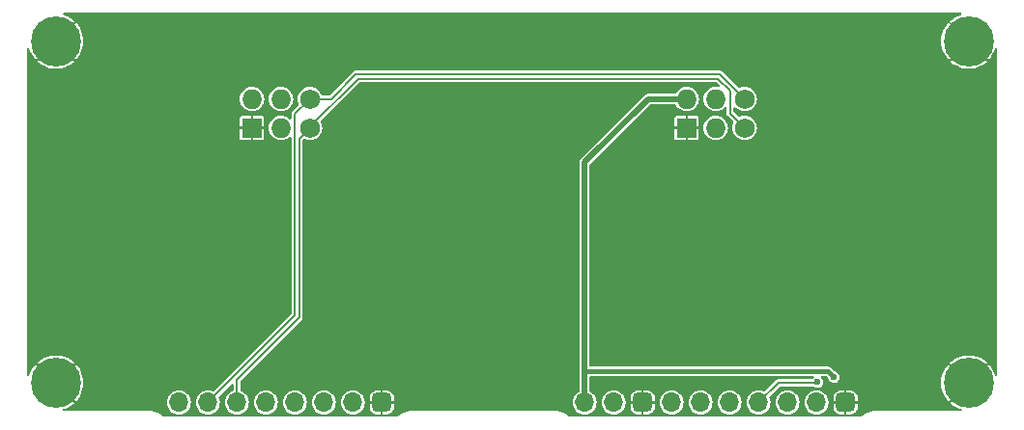
<source format=gbl>
%TF.GenerationSoftware,KiCad,Pcbnew,8.99.0-2433-g53022ab347*%
%TF.CreationDate,2024-10-05T16:52:00+02:00*%
%TF.ProjectId,Flipper SAO Debug,466c6970-7065-4722-9053-414f20446562,1.0*%
%TF.SameCoordinates,PX25b7c30PY3881550*%
%TF.FileFunction,Copper,L2,Bot*%
%TF.FilePolarity,Positive*%
%FSLAX46Y46*%
G04 Gerber Fmt 4.6, Leading zero omitted, Abs format (unit mm)*
G04 Created by KiCad (PCBNEW 8.99.0-2433-g53022ab347) date 2024-10-05 16:52:00*
%MOMM*%
%LPD*%
G01*
G04 APERTURE LIST*
G04 Aperture macros list*
%AMRoundRect*
0 Rectangle with rounded corners*
0 $1 Rounding radius*
0 $2 $3 $4 $5 $6 $7 $8 $9 X,Y pos of 4 corners*
0 Add a 4 corners polygon primitive as box body*
4,1,4,$2,$3,$4,$5,$6,$7,$8,$9,$2,$3,0*
0 Add four circle primitives for the rounded corners*
1,1,$1+$1,$2,$3*
1,1,$1+$1,$4,$5*
1,1,$1+$1,$6,$7*
1,1,$1+$1,$8,$9*
0 Add four rect primitives between the rounded corners*
20,1,$1+$1,$2,$3,$4,$5,0*
20,1,$1+$1,$4,$5,$6,$7,0*
20,1,$1+$1,$6,$7,$8,$9,0*
20,1,$1+$1,$8,$9,$2,$3,0*%
G04 Aperture macros list end*
%TA.AperFunction,ComponentPad*%
%ADD10C,0.700000*%
%TD*%
%TA.AperFunction,ComponentPad*%
%ADD11C,4.400000*%
%TD*%
%TA.AperFunction,ComponentPad*%
%ADD12O,1.727200X1.727200*%
%TD*%
%TA.AperFunction,ComponentPad*%
%ADD13R,1.727200X1.727200*%
%TD*%
%TA.AperFunction,ComponentPad*%
%ADD14C,1.727200*%
%TD*%
%TA.AperFunction,ComponentPad*%
%ADD15RoundRect,0.425000X-0.425000X0.425000X-0.425000X-0.425000X0.425000X-0.425000X0.425000X0.425000X0*%
%TD*%
%TA.AperFunction,ComponentPad*%
%ADD16O,1.700000X1.700000*%
%TD*%
%TA.AperFunction,ViaPad*%
%ADD17C,0.600000*%
%TD*%
%TA.AperFunction,Conductor*%
%ADD18C,0.200000*%
%TD*%
%TA.AperFunction,Conductor*%
%ADD19C,0.400000*%
%TD*%
%TA.AperFunction,Conductor*%
%ADD20C,0.500000*%
%TD*%
G04 APERTURE END LIST*
D10*
%TO.P,REF\u002A\u002A,1*%
%TO.N,GND*%
X1350000Y-3000000D03*
X1833274Y-1833274D03*
X1833274Y-4166726D03*
X3000000Y-1350000D03*
D11*
X3000000Y-3000000D03*
D10*
X3000000Y-4650000D03*
X4166726Y-1833274D03*
X4166726Y-4166726D03*
X4650000Y-3000000D03*
%TD*%
D12*
%TO.P,X2,1,VCC*%
%TO.N,Net-(X2-VCC)*%
X20200000Y-8080000D03*
D13*
%TO.P,X2,2,GND*%
%TO.N,GND*%
X20200000Y-10620000D03*
D12*
%TO.P,X2,3,SDA*%
%TO.N,I2C3_SDA*%
X22740000Y-8080000D03*
%TO.P,X2,4,SCL*%
%TO.N,I2C3_SCL*%
X22740000Y-10620000D03*
D14*
%TO.P,X2,5,GPIO1*%
%TO.N,GPIO1*%
X25280000Y-8080000D03*
%TO.P,X2,6,GPIO2*%
%TO.N,GPIO2*%
X25280000Y-10620000D03*
%TD*%
D10*
%TO.P,REF\u002A\u002A,1*%
%TO.N,GND*%
X81350000Y-33000000D03*
X81833274Y-31833274D03*
X81833274Y-34166726D03*
X83000000Y-31350000D03*
D11*
X83000000Y-33000000D03*
D10*
X83000000Y-34650000D03*
X84166726Y-31833274D03*
X84166726Y-34166726D03*
X84650000Y-33000000D03*
%TD*%
%TO.P,REF\u002A\u002A,1*%
%TO.N,GND*%
X81350000Y-3000000D03*
X81833274Y-1833274D03*
X81833274Y-4166726D03*
X83000000Y-1350000D03*
D11*
X83000000Y-3000000D03*
D10*
X83000000Y-4650000D03*
X84166726Y-1833274D03*
X84166726Y-4166726D03*
X84650000Y-3000000D03*
%TD*%
D15*
%TO.P,J1,1,Pin_1*%
%TO.N,GND*%
X31570000Y-34730000D03*
D16*
%TO.P,J1,2,Pin_2*%
%TO.N,unconnected-(J1-Pin_2-Pad2)*%
X29029996Y-34729999D03*
%TO.P,J1,3,Pin_3*%
%TO.N,unconnected-(J1-Pin_3-Pad3)*%
X26490000Y-34730000D03*
%TO.P,J1,4,Pin_4*%
%TO.N,unconnected-(J1-Pin_4-Pad4)*%
X23950000Y-34730000D03*
%TO.P,J1,5,Pin_5*%
%TO.N,Net-(J1-Pin_5)*%
X21410001Y-34730000D03*
%TO.P,J1,6,Pin_6*%
%TO.N,GPIO2*%
X18870001Y-34730000D03*
%TO.P,J1,7,Pin_7*%
%TO.N,GPIO1*%
X16330000Y-34730000D03*
%TO.P,J1,8,Pin_8*%
%TO.N,unconnected-(J1-Pin_8-Pad8)*%
X13790000Y-34730000D03*
%TD*%
D10*
%TO.P,REF\u002A\u002A,1*%
%TO.N,GND*%
X1350000Y-33000000D03*
X1833274Y-31833274D03*
X1833274Y-34166726D03*
X3000000Y-31350000D03*
D11*
X3000000Y-33000000D03*
D10*
X3000000Y-34650000D03*
X4166726Y-31833274D03*
X4166726Y-34166726D03*
X4650000Y-33000000D03*
%TD*%
D12*
%TO.P,X1,1,VCC*%
%TO.N,VCC*%
X58300000Y-8080000D03*
D13*
%TO.P,X1,2,GND*%
%TO.N,GND*%
X58300000Y-10620000D03*
D12*
%TO.P,X1,3,SDA*%
%TO.N,I2C3_SDA*%
X60840000Y-8080000D03*
%TO.P,X1,4,SCL*%
%TO.N,I2C3_SCL*%
X60840000Y-10620000D03*
D14*
%TO.P,X1,5,GPIO1*%
%TO.N,GPIO1*%
X63380000Y-8080000D03*
%TO.P,X1,6,GPIO2*%
%TO.N,GPIO2*%
X63380000Y-10620000D03*
%TD*%
D15*
%TO.P,J2,1,Pin_1*%
%TO.N,GND*%
X72210000Y-34730000D03*
D16*
%TO.P,J2,2,Pin_2*%
%TO.N,unconnected-(J2-Pin_2-Pad2)*%
X69669996Y-34729998D03*
%TO.P,J2,3,Pin_3*%
%TO.N,I2C3_SCL*%
X67130000Y-34730000D03*
%TO.P,J2,4,Pin_4*%
%TO.N,I2C3_SDA*%
X64590000Y-34730000D03*
%TO.P,J2,5,Pin_5*%
%TO.N,unconnected-(J2-Pin_5-Pad5)*%
X62050001Y-34729997D03*
%TO.P,J2,6,Pin_6*%
%TO.N,unconnected-(J2-Pin_6-Pad6)*%
X59510001Y-34730000D03*
%TO.P,J2,7,Pin_7*%
%TO.N,unconnected-(J2-Pin_7-Pad7)*%
X56970000Y-34730000D03*
D15*
%TO.P,J2,8,Pin_8*%
%TO.N,GND*%
X54430000Y-34730000D03*
D16*
%TO.P,J2,9,Pin_9*%
%TO.N,unconnected-(J2-Pin_9-Pad9)*%
X51890000Y-34730000D03*
%TO.P,J2,10,Pin_10*%
%TO.N,VCC*%
X49350002Y-34730000D03*
%TD*%
D17*
%TO.N,GND*%
X55850000Y-10650000D03*
X82750000Y-24550000D03*
X28100000Y-10650000D03*
X65150000Y-9200000D03*
X14500000Y-10550000D03*
%TO.N,I2C3_SDA*%
X69754265Y-32954265D03*
%TO.N,VCC*%
X71200000Y-32500000D03*
%TD*%
D18*
%TO.N,GPIO2*%
X18870001Y-34730000D02*
X18870001Y-32755685D01*
X24343600Y-11556400D02*
X25280000Y-10620000D01*
X24343600Y-27282086D02*
X24343600Y-11556400D01*
X25280000Y-10620000D02*
X25280000Y-10520000D01*
X18870001Y-32755685D02*
X24343600Y-27282086D01*
X25280000Y-10520000D02*
X29500000Y-6300000D01*
X62100000Y-7365686D02*
X62100000Y-9340000D01*
X61034314Y-6300000D02*
X62100000Y-7365686D01*
X29500000Y-6300000D02*
X61034314Y-6300000D01*
X62100000Y-9340000D02*
X63380000Y-10620000D01*
%TO.N,GPIO1*%
X29300000Y-5900000D02*
X61199999Y-5900000D01*
X61199999Y-5900000D02*
X63380000Y-8080000D01*
X16330000Y-34730000D02*
X23943600Y-27116400D01*
X23943600Y-27116400D02*
X23943600Y-9416400D01*
X27120000Y-8080000D02*
X29300000Y-5900000D01*
X23943600Y-9416400D02*
X25280000Y-8080000D01*
X25280000Y-8080000D02*
X27120000Y-8080000D01*
%TO.N,I2C3_SDA*%
X69708530Y-33000000D02*
X66320000Y-33000000D01*
X66320000Y-33000000D02*
X64590000Y-34730000D01*
X69754265Y-32954265D02*
X69708530Y-33000000D01*
D19*
%TO.N,VCC*%
X71200000Y-32500000D02*
X70700000Y-32000000D01*
X70700000Y-32000000D02*
X49400000Y-32000000D01*
D20*
X49350002Y-13649998D02*
X54920000Y-8080000D01*
X49350002Y-34730000D02*
X49350002Y-13649998D01*
X54920000Y-8080000D02*
X58300000Y-8080000D01*
%TD*%
%TA.AperFunction,Conductor*%
%TO.N,GND*%
G36*
X82358864Y-519407D02*
G01*
X82394828Y-568907D01*
X82394828Y-630093D01*
X82358864Y-679593D01*
X82325293Y-695390D01*
X82256892Y-712952D01*
X81976110Y-824120D01*
X81976107Y-824122D01*
X81711483Y-969599D01*
X81467155Y-1147114D01*
X81375038Y-1233616D01*
X82294397Y-2152975D01*
X82283398Y-2160967D01*
X82160967Y-2283398D01*
X82152975Y-2294397D01*
X81231351Y-1372773D01*
X81054519Y-1586526D01*
X80892713Y-1841491D01*
X80892706Y-1841504D01*
X80764127Y-2114747D01*
X80670805Y-2401962D01*
X80670802Y-2401972D01*
X80614217Y-2698600D01*
X80595255Y-3000000D01*
X80614217Y-3301399D01*
X80670802Y-3598027D01*
X80670805Y-3598037D01*
X80764127Y-3885252D01*
X80892706Y-4158495D01*
X80892713Y-4158508D01*
X81054519Y-4413473D01*
X81231351Y-4627225D01*
X82152974Y-3705601D01*
X82160967Y-3716602D01*
X82283398Y-3839033D01*
X82294396Y-3847023D01*
X81375038Y-4766382D01*
X81467155Y-4852885D01*
X81711483Y-5030400D01*
X81976107Y-5175877D01*
X81976110Y-5175879D01*
X82256892Y-5287047D01*
X82549402Y-5362150D01*
X82549398Y-5362150D01*
X82849005Y-5400000D01*
X83150995Y-5400000D01*
X83450599Y-5362150D01*
X83743107Y-5287047D01*
X84023889Y-5175879D01*
X84023892Y-5175877D01*
X84288516Y-5030400D01*
X84532844Y-4852886D01*
X84624960Y-4766382D01*
X83705602Y-3847024D01*
X83716602Y-3839033D01*
X83839033Y-3716602D01*
X83847024Y-3705602D01*
X84768648Y-4627226D01*
X84945473Y-4413482D01*
X84945480Y-4413473D01*
X85107286Y-4158508D01*
X85107293Y-4158495D01*
X85235872Y-3885252D01*
X85306345Y-3668362D01*
X85342309Y-3618862D01*
X85400500Y-3599955D01*
X85458691Y-3618862D01*
X85494655Y-3668363D01*
X85499500Y-3698955D01*
X85499500Y-32301044D01*
X85480593Y-32359235D01*
X85431093Y-32395199D01*
X85369907Y-32395199D01*
X85320407Y-32359235D01*
X85306346Y-32331637D01*
X85235875Y-32114754D01*
X85107293Y-31841504D01*
X85107286Y-31841491D01*
X84945480Y-31586526D01*
X84945473Y-31586517D01*
X84768647Y-31372773D01*
X83847024Y-32294396D01*
X83839033Y-32283398D01*
X83716602Y-32160967D01*
X83705601Y-32152974D01*
X84624960Y-31233616D01*
X84532844Y-31147114D01*
X84288516Y-30969599D01*
X84023892Y-30824122D01*
X84023889Y-30824120D01*
X83743107Y-30712952D01*
X83450597Y-30637849D01*
X83450601Y-30637849D01*
X83150995Y-30600000D01*
X82849005Y-30600000D01*
X82549400Y-30637849D01*
X82256892Y-30712952D01*
X81976110Y-30824120D01*
X81976107Y-30824122D01*
X81711483Y-30969599D01*
X81467155Y-31147114D01*
X81375038Y-31233616D01*
X82294397Y-32152975D01*
X82283398Y-32160967D01*
X82160967Y-32283398D01*
X82152975Y-32294397D01*
X81231351Y-31372773D01*
X81054519Y-31586526D01*
X80892713Y-31841491D01*
X80892706Y-31841504D01*
X80764127Y-32114747D01*
X80670805Y-32401962D01*
X80670802Y-32401972D01*
X80614217Y-32698600D01*
X80595255Y-33000000D01*
X80614217Y-33301399D01*
X80670802Y-33598027D01*
X80670805Y-33598037D01*
X80764127Y-33885252D01*
X80892706Y-34158495D01*
X80892713Y-34158508D01*
X81054519Y-34413473D01*
X81231351Y-34627225D01*
X82152974Y-33705601D01*
X82160967Y-33716602D01*
X82283398Y-33839033D01*
X82294396Y-33847024D01*
X81375038Y-34766382D01*
X81467155Y-34852885D01*
X81711483Y-35030400D01*
X81976107Y-35175877D01*
X81976110Y-35175879D01*
X82256892Y-35287047D01*
X82325293Y-35304610D01*
X82376954Y-35337395D01*
X82399478Y-35394284D01*
X82384261Y-35453547D01*
X82337117Y-35492548D01*
X82300673Y-35499500D01*
X74623366Y-35499500D01*
X74372695Y-35535541D01*
X74372690Y-35535542D01*
X74129698Y-35606890D01*
X73899320Y-35712101D01*
X73899312Y-35712105D01*
X73686275Y-35849015D01*
X73686263Y-35849024D01*
X73539935Y-35975819D01*
X73483576Y-35999637D01*
X73475104Y-36000000D01*
X48084896Y-36000000D01*
X48026705Y-35981093D01*
X48020065Y-35975819D01*
X47873736Y-35849024D01*
X47873724Y-35849015D01*
X47660687Y-35712105D01*
X47660681Y-35712102D01*
X47660678Y-35712100D01*
X47504843Y-35640932D01*
X47430301Y-35606890D01*
X47187309Y-35535542D01*
X47187304Y-35535541D01*
X46936634Y-35499500D01*
X46936629Y-35499500D01*
X46875892Y-35499500D01*
X34175892Y-35499500D01*
X34110000Y-35499500D01*
X33983371Y-35499500D01*
X33983366Y-35499500D01*
X33732695Y-35535541D01*
X33732690Y-35535542D01*
X33489698Y-35606890D01*
X33259320Y-35712101D01*
X33259312Y-35712105D01*
X33046275Y-35849015D01*
X33046263Y-35849024D01*
X32899935Y-35975819D01*
X32843576Y-35999637D01*
X32835104Y-36000000D01*
X12524896Y-36000000D01*
X12466705Y-35981093D01*
X12460065Y-35975819D01*
X12313736Y-35849024D01*
X12313724Y-35849015D01*
X12100687Y-35712105D01*
X12100681Y-35712102D01*
X12100678Y-35712100D01*
X11944843Y-35640932D01*
X11870301Y-35606890D01*
X11627309Y-35535542D01*
X11627304Y-35535541D01*
X11376634Y-35499500D01*
X11376629Y-35499500D01*
X11315892Y-35499500D01*
X3699327Y-35499500D01*
X3641136Y-35480593D01*
X3605172Y-35431093D01*
X3605172Y-35369907D01*
X3641136Y-35320407D01*
X3674707Y-35304610D01*
X3743107Y-35287047D01*
X4023889Y-35175879D01*
X4023892Y-35175877D01*
X4288516Y-35030400D01*
X4532844Y-34852886D01*
X4624960Y-34766382D01*
X4588574Y-34729996D01*
X12734417Y-34729996D01*
X12734417Y-34730003D01*
X12754698Y-34935929D01*
X12754699Y-34935934D01*
X12814768Y-35133954D01*
X12912316Y-35316452D01*
X13024827Y-35453547D01*
X13043590Y-35476410D01*
X13043594Y-35476413D01*
X13043595Y-35476414D01*
X13203547Y-35607683D01*
X13203548Y-35607683D01*
X13203550Y-35607685D01*
X13386046Y-35705232D01*
X13478094Y-35733154D01*
X13584065Y-35765300D01*
X13584070Y-35765301D01*
X13789997Y-35785583D01*
X13790000Y-35785583D01*
X13790003Y-35785583D01*
X13995929Y-35765301D01*
X13995934Y-35765300D01*
X13995944Y-35765297D01*
X14193954Y-35705232D01*
X14376450Y-35607685D01*
X14536410Y-35476410D01*
X14667685Y-35316450D01*
X14765232Y-35133954D01*
X14825300Y-34935934D01*
X14825300Y-34935932D01*
X14825301Y-34935929D01*
X14845583Y-34730003D01*
X14845583Y-34729996D01*
X15274417Y-34729996D01*
X15274417Y-34730003D01*
X15294698Y-34935929D01*
X15294699Y-34935934D01*
X15354768Y-35133954D01*
X15452316Y-35316452D01*
X15564827Y-35453547D01*
X15583590Y-35476410D01*
X15583594Y-35476413D01*
X15583595Y-35476414D01*
X15743547Y-35607683D01*
X15743548Y-35607683D01*
X15743550Y-35607685D01*
X15926046Y-35705232D01*
X16018094Y-35733154D01*
X16124065Y-35765300D01*
X16124070Y-35765301D01*
X16329997Y-35785583D01*
X16330000Y-35785583D01*
X16330003Y-35785583D01*
X16535929Y-35765301D01*
X16535934Y-35765300D01*
X16535944Y-35765297D01*
X16733954Y-35705232D01*
X16916450Y-35607685D01*
X17076410Y-35476410D01*
X17207685Y-35316450D01*
X17305232Y-35133954D01*
X17365300Y-34935934D01*
X17365300Y-34935932D01*
X17365301Y-34935929D01*
X17385583Y-34730003D01*
X17385583Y-34729996D01*
X17365301Y-34524070D01*
X17365300Y-34524065D01*
X17306401Y-34329901D01*
X17305232Y-34326046D01*
X17305228Y-34326039D01*
X17288881Y-34295454D01*
X17278125Y-34235221D01*
X17304827Y-34180170D01*
X17306136Y-34178833D01*
X18400498Y-33084472D01*
X18455014Y-33056696D01*
X18515446Y-33066267D01*
X18558711Y-33109532D01*
X18569501Y-33154477D01*
X18569501Y-33649961D01*
X18550594Y-33708152D01*
X18501094Y-33744116D01*
X18499242Y-33744697D01*
X18466055Y-33754765D01*
X18466042Y-33754770D01*
X18283548Y-33852316D01*
X18123596Y-33983585D01*
X18123586Y-33983595D01*
X17992317Y-34143547D01*
X17894769Y-34326045D01*
X17834700Y-34524065D01*
X17834699Y-34524070D01*
X17814418Y-34729996D01*
X17814418Y-34730003D01*
X17834699Y-34935929D01*
X17834700Y-34935934D01*
X17894769Y-35133954D01*
X17992317Y-35316452D01*
X18104828Y-35453547D01*
X18123591Y-35476410D01*
X18123595Y-35476413D01*
X18123596Y-35476414D01*
X18283548Y-35607683D01*
X18283549Y-35607683D01*
X18283551Y-35607685D01*
X18466047Y-35705232D01*
X18558095Y-35733154D01*
X18664066Y-35765300D01*
X18664071Y-35765301D01*
X18869998Y-35785583D01*
X18870001Y-35785583D01*
X18870004Y-35785583D01*
X19075930Y-35765301D01*
X19075935Y-35765300D01*
X19075945Y-35765297D01*
X19273955Y-35705232D01*
X19456451Y-35607685D01*
X19616411Y-35476410D01*
X19747686Y-35316450D01*
X19845233Y-35133954D01*
X19905301Y-34935934D01*
X19905301Y-34935932D01*
X19905302Y-34935929D01*
X19925584Y-34730003D01*
X19925584Y-34729996D01*
X20354418Y-34729996D01*
X20354418Y-34730003D01*
X20374699Y-34935929D01*
X20374700Y-34935934D01*
X20434769Y-35133954D01*
X20532317Y-35316452D01*
X20644828Y-35453547D01*
X20663591Y-35476410D01*
X20663595Y-35476413D01*
X20663596Y-35476414D01*
X20823548Y-35607683D01*
X20823549Y-35607683D01*
X20823551Y-35607685D01*
X21006047Y-35705232D01*
X21098095Y-35733154D01*
X21204066Y-35765300D01*
X21204071Y-35765301D01*
X21409998Y-35785583D01*
X21410001Y-35785583D01*
X21410004Y-35785583D01*
X21615930Y-35765301D01*
X21615935Y-35765300D01*
X21615945Y-35765297D01*
X21813955Y-35705232D01*
X21996451Y-35607685D01*
X22156411Y-35476410D01*
X22287686Y-35316450D01*
X22385233Y-35133954D01*
X22445301Y-34935934D01*
X22445301Y-34935932D01*
X22445302Y-34935929D01*
X22465584Y-34730003D01*
X22465584Y-34729996D01*
X22894417Y-34729996D01*
X22894417Y-34730003D01*
X22914698Y-34935929D01*
X22914699Y-34935934D01*
X22974768Y-35133954D01*
X23072316Y-35316452D01*
X23184827Y-35453547D01*
X23203590Y-35476410D01*
X23203594Y-35476413D01*
X23203595Y-35476414D01*
X23363547Y-35607683D01*
X23363548Y-35607683D01*
X23363550Y-35607685D01*
X23546046Y-35705232D01*
X23638094Y-35733154D01*
X23744065Y-35765300D01*
X23744070Y-35765301D01*
X23949997Y-35785583D01*
X23950000Y-35785583D01*
X23950003Y-35785583D01*
X24155929Y-35765301D01*
X24155934Y-35765300D01*
X24155944Y-35765297D01*
X24353954Y-35705232D01*
X24536450Y-35607685D01*
X24696410Y-35476410D01*
X24827685Y-35316450D01*
X24925232Y-35133954D01*
X24985300Y-34935934D01*
X24985300Y-34935932D01*
X24985301Y-34935929D01*
X25005583Y-34730003D01*
X25005583Y-34729996D01*
X25434417Y-34729996D01*
X25434417Y-34730003D01*
X25454698Y-34935929D01*
X25454699Y-34935934D01*
X25514768Y-35133954D01*
X25612316Y-35316452D01*
X25724827Y-35453547D01*
X25743590Y-35476410D01*
X25743594Y-35476413D01*
X25743595Y-35476414D01*
X25903547Y-35607683D01*
X25903548Y-35607683D01*
X25903550Y-35607685D01*
X26086046Y-35705232D01*
X26178094Y-35733154D01*
X26284065Y-35765300D01*
X26284070Y-35765301D01*
X26489997Y-35785583D01*
X26490000Y-35785583D01*
X26490003Y-35785583D01*
X26695929Y-35765301D01*
X26695934Y-35765300D01*
X26695944Y-35765297D01*
X26893954Y-35705232D01*
X27076450Y-35607685D01*
X27236410Y-35476410D01*
X27367685Y-35316450D01*
X27465232Y-35133954D01*
X27525300Y-34935934D01*
X27525300Y-34935932D01*
X27525301Y-34935929D01*
X27545583Y-34730003D01*
X27545583Y-34729995D01*
X27974413Y-34729995D01*
X27974413Y-34730002D01*
X27994694Y-34935928D01*
X27994695Y-34935933D01*
X28054764Y-35133953D01*
X28152312Y-35316451D01*
X28242930Y-35426869D01*
X28283586Y-35476409D01*
X28303252Y-35492548D01*
X28443543Y-35607682D01*
X28443544Y-35607682D01*
X28443546Y-35607684D01*
X28626042Y-35705231D01*
X28763993Y-35747077D01*
X28824061Y-35765299D01*
X28824066Y-35765300D01*
X29029993Y-35785582D01*
X29029996Y-35785582D01*
X29029999Y-35785582D01*
X29235925Y-35765300D01*
X29235930Y-35765299D01*
X29235937Y-35765297D01*
X29433950Y-35705231D01*
X29616446Y-35607684D01*
X29776406Y-35476409D01*
X29907681Y-35316449D01*
X30005228Y-35133953D01*
X30065296Y-34935933D01*
X30065296Y-34935931D01*
X30065297Y-34935928D01*
X30080725Y-34779289D01*
X30080725Y-34779288D01*
X30085579Y-34730003D01*
X30085579Y-34729995D01*
X30065297Y-34524069D01*
X30065296Y-34524064D01*
X30047074Y-34463996D01*
X30005228Y-34326045D01*
X29960248Y-34241894D01*
X30520000Y-34241894D01*
X30520000Y-34629999D01*
X30520001Y-34630000D01*
X31079157Y-34630000D01*
X31070000Y-34664174D01*
X31070000Y-34795826D01*
X31079157Y-34830000D01*
X30520001Y-34830000D01*
X30520000Y-34830001D01*
X30520000Y-35218105D01*
X30522788Y-35253546D01*
X30522790Y-35253552D01*
X30566845Y-35405189D01*
X30647227Y-35541109D01*
X30758890Y-35652772D01*
X30894810Y-35733154D01*
X31046447Y-35777209D01*
X31046453Y-35777211D01*
X31081894Y-35780000D01*
X31469999Y-35780000D01*
X31470000Y-35779999D01*
X31470000Y-35220842D01*
X31504174Y-35230000D01*
X31635826Y-35230000D01*
X31670000Y-35220842D01*
X31670000Y-35779999D01*
X31670001Y-35780000D01*
X32058106Y-35780000D01*
X32093546Y-35777211D01*
X32093552Y-35777209D01*
X32245189Y-35733154D01*
X32381109Y-35652772D01*
X32492772Y-35541109D01*
X32573154Y-35405189D01*
X32617209Y-35253552D01*
X32617211Y-35253546D01*
X32620000Y-35218105D01*
X32620000Y-34830001D01*
X32619999Y-34830000D01*
X32060843Y-34830000D01*
X32070000Y-34795826D01*
X32070000Y-34729996D01*
X48294419Y-34729996D01*
X48294419Y-34730003D01*
X48314700Y-34935929D01*
X48314701Y-34935934D01*
X48374770Y-35133954D01*
X48472318Y-35316452D01*
X48584829Y-35453547D01*
X48603592Y-35476410D01*
X48603596Y-35476413D01*
X48603597Y-35476414D01*
X48763549Y-35607683D01*
X48763550Y-35607683D01*
X48763552Y-35607685D01*
X48946048Y-35705232D01*
X49038096Y-35733154D01*
X49144067Y-35765300D01*
X49144072Y-35765301D01*
X49349999Y-35785583D01*
X49350002Y-35785583D01*
X49350005Y-35785583D01*
X49555931Y-35765301D01*
X49555936Y-35765300D01*
X49555946Y-35765297D01*
X49753956Y-35705232D01*
X49936452Y-35607685D01*
X50096412Y-35476410D01*
X50227687Y-35316450D01*
X50325234Y-35133954D01*
X50385302Y-34935934D01*
X50385302Y-34935932D01*
X50385303Y-34935929D01*
X50405585Y-34730003D01*
X50405585Y-34729996D01*
X50834417Y-34729996D01*
X50834417Y-34730003D01*
X50854698Y-34935929D01*
X50854699Y-34935934D01*
X50914768Y-35133954D01*
X51012316Y-35316452D01*
X51124827Y-35453547D01*
X51143590Y-35476410D01*
X51143594Y-35476413D01*
X51143595Y-35476414D01*
X51303547Y-35607683D01*
X51303548Y-35607683D01*
X51303550Y-35607685D01*
X51486046Y-35705232D01*
X51578094Y-35733154D01*
X51684065Y-35765300D01*
X51684070Y-35765301D01*
X51889997Y-35785583D01*
X51890000Y-35785583D01*
X51890003Y-35785583D01*
X52095929Y-35765301D01*
X52095934Y-35765300D01*
X52095944Y-35765297D01*
X52293954Y-35705232D01*
X52476450Y-35607685D01*
X52636410Y-35476410D01*
X52767685Y-35316450D01*
X52865232Y-35133954D01*
X52925300Y-34935934D01*
X52925300Y-34935932D01*
X52925301Y-34935929D01*
X52940729Y-34779289D01*
X52940729Y-34779288D01*
X52945583Y-34730004D01*
X52945583Y-34729996D01*
X52925301Y-34524070D01*
X52925300Y-34524065D01*
X52866401Y-34329901D01*
X52865232Y-34326046D01*
X52820251Y-34241894D01*
X53380000Y-34241894D01*
X53380000Y-34629999D01*
X53380001Y-34630000D01*
X53939157Y-34630000D01*
X53930000Y-34664174D01*
X53930000Y-34795826D01*
X53939157Y-34830000D01*
X53380001Y-34830000D01*
X53380000Y-34830001D01*
X53380000Y-35218105D01*
X53382788Y-35253546D01*
X53382790Y-35253552D01*
X53426845Y-35405189D01*
X53507227Y-35541109D01*
X53618890Y-35652772D01*
X53754810Y-35733154D01*
X53906447Y-35777209D01*
X53906453Y-35777211D01*
X53941894Y-35780000D01*
X54329999Y-35780000D01*
X54330000Y-35779999D01*
X54330000Y-35220842D01*
X54364174Y-35230000D01*
X54495826Y-35230000D01*
X54530000Y-35220842D01*
X54530000Y-35779999D01*
X54530001Y-35780000D01*
X54918106Y-35780000D01*
X54953546Y-35777211D01*
X54953552Y-35777209D01*
X55105189Y-35733154D01*
X55241109Y-35652772D01*
X55352772Y-35541109D01*
X55433154Y-35405189D01*
X55477209Y-35253552D01*
X55477211Y-35253546D01*
X55480000Y-35218105D01*
X55480000Y-34830001D01*
X55479999Y-34830000D01*
X54920843Y-34830000D01*
X54930000Y-34795826D01*
X54930000Y-34729996D01*
X55914417Y-34729996D01*
X55914417Y-34730003D01*
X55934698Y-34935929D01*
X55934699Y-34935934D01*
X55994768Y-35133954D01*
X56092316Y-35316452D01*
X56204827Y-35453547D01*
X56223590Y-35476410D01*
X56223594Y-35476413D01*
X56223595Y-35476414D01*
X56383547Y-35607683D01*
X56383548Y-35607683D01*
X56383550Y-35607685D01*
X56566046Y-35705232D01*
X56658094Y-35733154D01*
X56764065Y-35765300D01*
X56764070Y-35765301D01*
X56969997Y-35785583D01*
X56970000Y-35785583D01*
X56970003Y-35785583D01*
X57175929Y-35765301D01*
X57175934Y-35765300D01*
X57175944Y-35765297D01*
X57373954Y-35705232D01*
X57556450Y-35607685D01*
X57716410Y-35476410D01*
X57847685Y-35316450D01*
X57945232Y-35133954D01*
X58005300Y-34935934D01*
X58005300Y-34935932D01*
X58005301Y-34935929D01*
X58025583Y-34730003D01*
X58025583Y-34729996D01*
X58454418Y-34729996D01*
X58454418Y-34730003D01*
X58474699Y-34935929D01*
X58474700Y-34935934D01*
X58534769Y-35133954D01*
X58632317Y-35316452D01*
X58744828Y-35453547D01*
X58763591Y-35476410D01*
X58763595Y-35476413D01*
X58763596Y-35476414D01*
X58923548Y-35607683D01*
X58923549Y-35607683D01*
X58923551Y-35607685D01*
X59106047Y-35705232D01*
X59198095Y-35733154D01*
X59304066Y-35765300D01*
X59304071Y-35765301D01*
X59509998Y-35785583D01*
X59510001Y-35785583D01*
X59510004Y-35785583D01*
X59715930Y-35765301D01*
X59715935Y-35765300D01*
X59715945Y-35765297D01*
X59913955Y-35705232D01*
X60096451Y-35607685D01*
X60256411Y-35476410D01*
X60387686Y-35316450D01*
X60485233Y-35133954D01*
X60545301Y-34935934D01*
X60545301Y-34935932D01*
X60545302Y-34935929D01*
X60565584Y-34730003D01*
X60565584Y-34729993D01*
X60994418Y-34729993D01*
X60994418Y-34730000D01*
X61014699Y-34935926D01*
X61014700Y-34935931D01*
X61074769Y-35133951D01*
X61172317Y-35316449D01*
X61245144Y-35405189D01*
X61303591Y-35476407D01*
X61303595Y-35476410D01*
X61303596Y-35476411D01*
X61463548Y-35607680D01*
X61463549Y-35607680D01*
X61463551Y-35607682D01*
X61646047Y-35705229D01*
X61783998Y-35747075D01*
X61844066Y-35765297D01*
X61844071Y-35765298D01*
X62049998Y-35785580D01*
X62050001Y-35785580D01*
X62050004Y-35785580D01*
X62255930Y-35765298D01*
X62255935Y-35765297D01*
X62453955Y-35705229D01*
X62636451Y-35607682D01*
X62796411Y-35476407D01*
X62927686Y-35316447D01*
X63025233Y-35133951D01*
X63085301Y-34935931D01*
X63085301Y-34935929D01*
X63085302Y-34935926D01*
X63105584Y-34730000D01*
X63105584Y-34729993D01*
X63085302Y-34524067D01*
X63085301Y-34524062D01*
X63026403Y-34329901D01*
X63025233Y-34326043D01*
X62927686Y-34143547D01*
X62927684Y-34143545D01*
X62927684Y-34143544D01*
X62820414Y-34012835D01*
X62796411Y-33983587D01*
X62796405Y-33983582D01*
X62636453Y-33852313D01*
X62453955Y-33754765D01*
X62255935Y-33694696D01*
X62255930Y-33694695D01*
X62050004Y-33674414D01*
X62049998Y-33674414D01*
X61844071Y-33694695D01*
X61844066Y-33694696D01*
X61646046Y-33754765D01*
X61463548Y-33852313D01*
X61303596Y-33983582D01*
X61303586Y-33983592D01*
X61172317Y-34143544D01*
X61074769Y-34326042D01*
X61014700Y-34524062D01*
X61014699Y-34524067D01*
X60994418Y-34729993D01*
X60565584Y-34729993D01*
X60545302Y-34524070D01*
X60545301Y-34524065D01*
X60486402Y-34329901D01*
X60485233Y-34326046D01*
X60387686Y-34143550D01*
X60387684Y-34143548D01*
X60387684Y-34143547D01*
X60256415Y-33983595D01*
X60256413Y-33983593D01*
X60256411Y-33983590D01*
X60256404Y-33983584D01*
X60096453Y-33852316D01*
X59913955Y-33754768D01*
X59715935Y-33694699D01*
X59715930Y-33694698D01*
X59510004Y-33674417D01*
X59509998Y-33674417D01*
X59304071Y-33694698D01*
X59304066Y-33694699D01*
X59106046Y-33754768D01*
X58923548Y-33852316D01*
X58763596Y-33983585D01*
X58763586Y-33983595D01*
X58632317Y-34143547D01*
X58534769Y-34326045D01*
X58474700Y-34524065D01*
X58474699Y-34524070D01*
X58454418Y-34729996D01*
X58025583Y-34729996D01*
X58005301Y-34524070D01*
X58005300Y-34524065D01*
X57946401Y-34329901D01*
X57945232Y-34326046D01*
X57847685Y-34143550D01*
X57847683Y-34143548D01*
X57847683Y-34143547D01*
X57716414Y-33983595D01*
X57716412Y-33983593D01*
X57716410Y-33983590D01*
X57716403Y-33983584D01*
X57556452Y-33852316D01*
X57373954Y-33754768D01*
X57175934Y-33694699D01*
X57175929Y-33694698D01*
X56970003Y-33674417D01*
X56969997Y-33674417D01*
X56764070Y-33694698D01*
X56764065Y-33694699D01*
X56566045Y-33754768D01*
X56383547Y-33852316D01*
X56223595Y-33983585D01*
X56223585Y-33983595D01*
X56092316Y-34143547D01*
X55994768Y-34326045D01*
X55934699Y-34524065D01*
X55934698Y-34524070D01*
X55914417Y-34729996D01*
X54930000Y-34729996D01*
X54930000Y-34664174D01*
X54920843Y-34630000D01*
X55479999Y-34630000D01*
X55480000Y-34629999D01*
X55480000Y-34241894D01*
X55477211Y-34206453D01*
X55477209Y-34206447D01*
X55433154Y-34054810D01*
X55352772Y-33918890D01*
X55241109Y-33807227D01*
X55105189Y-33726845D01*
X54953552Y-33682790D01*
X54953546Y-33682788D01*
X54918106Y-33680000D01*
X54530001Y-33680000D01*
X54530000Y-33680001D01*
X54530000Y-34239157D01*
X54495826Y-34230000D01*
X54364174Y-34230000D01*
X54330000Y-34239157D01*
X54330000Y-33680001D01*
X54329999Y-33680000D01*
X53941894Y-33680000D01*
X53906453Y-33682788D01*
X53906447Y-33682790D01*
X53754810Y-33726845D01*
X53618890Y-33807227D01*
X53507227Y-33918890D01*
X53426845Y-34054810D01*
X53382790Y-34206447D01*
X53382788Y-34206453D01*
X53380000Y-34241894D01*
X52820251Y-34241894D01*
X52767685Y-34143550D01*
X52767683Y-34143548D01*
X52767683Y-34143547D01*
X52636414Y-33983595D01*
X52636412Y-33983593D01*
X52636410Y-33983590D01*
X52636403Y-33983584D01*
X52476452Y-33852316D01*
X52293954Y-33754768D01*
X52095934Y-33694699D01*
X52095929Y-33694698D01*
X51890003Y-33674417D01*
X51889997Y-33674417D01*
X51684070Y-33694698D01*
X51684065Y-33694699D01*
X51486045Y-33754768D01*
X51303547Y-33852316D01*
X51143595Y-33983585D01*
X51143585Y-33983595D01*
X51012316Y-34143547D01*
X50914768Y-34326045D01*
X50854699Y-34524065D01*
X50854698Y-34524070D01*
X50834417Y-34729996D01*
X50405585Y-34729996D01*
X50385303Y-34524070D01*
X50385302Y-34524065D01*
X50326403Y-34329901D01*
X50325234Y-34326046D01*
X50227687Y-34143550D01*
X50227685Y-34143548D01*
X50227685Y-34143547D01*
X50096416Y-33983595D01*
X50096414Y-33983593D01*
X50096412Y-33983590D01*
X50096403Y-33983583D01*
X50017574Y-33918890D01*
X49936452Y-33852315D01*
X49852832Y-33807618D01*
X49810426Y-33763513D01*
X49800502Y-33720309D01*
X49800502Y-32499500D01*
X49819409Y-32441309D01*
X49868909Y-32405345D01*
X49899502Y-32400500D01*
X69355770Y-32400500D01*
X69374771Y-32406673D01*
X69394668Y-32408462D01*
X69403193Y-32415908D01*
X69413961Y-32419407D01*
X69425704Y-32435570D01*
X69440750Y-32448712D01*
X69443270Y-32459747D01*
X69449925Y-32468907D01*
X69449925Y-32488885D01*
X69454373Y-32508362D01*
X69449925Y-32517048D01*
X69449925Y-32530093D01*
X69430333Y-32564626D01*
X69424615Y-32571171D01*
X69423137Y-32572122D01*
X69342235Y-32665487D01*
X69342115Y-32665626D01*
X69316015Y-32681224D01*
X69289976Y-32696927D01*
X69289685Y-32696960D01*
X69289594Y-32697015D01*
X69289378Y-32696995D01*
X69267552Y-32699500D01*
X66280435Y-32699500D01*
X66204012Y-32719978D01*
X66159092Y-32745913D01*
X66159091Y-32745912D01*
X66135488Y-32759540D01*
X65141214Y-33753812D01*
X65086698Y-33781589D01*
X65026266Y-33772018D01*
X65024583Y-33771139D01*
X64993954Y-33754768D01*
X64993944Y-33754765D01*
X64795934Y-33694699D01*
X64795929Y-33694698D01*
X64590003Y-33674417D01*
X64589997Y-33674417D01*
X64384070Y-33694698D01*
X64384065Y-33694699D01*
X64186045Y-33754768D01*
X64003547Y-33852316D01*
X63843595Y-33983585D01*
X63843585Y-33983595D01*
X63712316Y-34143547D01*
X63614768Y-34326045D01*
X63554699Y-34524065D01*
X63554698Y-34524070D01*
X63534417Y-34729996D01*
X63534417Y-34730003D01*
X63554698Y-34935929D01*
X63554699Y-34935934D01*
X63614768Y-35133954D01*
X63712316Y-35316452D01*
X63824827Y-35453547D01*
X63843590Y-35476410D01*
X63843594Y-35476413D01*
X63843595Y-35476414D01*
X64003547Y-35607683D01*
X64003548Y-35607683D01*
X64003550Y-35607685D01*
X64186046Y-35705232D01*
X64278094Y-35733154D01*
X64384065Y-35765300D01*
X64384070Y-35765301D01*
X64589997Y-35785583D01*
X64590000Y-35785583D01*
X64590003Y-35785583D01*
X64795929Y-35765301D01*
X64795934Y-35765300D01*
X64795944Y-35765297D01*
X64993954Y-35705232D01*
X65176450Y-35607685D01*
X65336410Y-35476410D01*
X65467685Y-35316450D01*
X65565232Y-35133954D01*
X65625300Y-34935934D01*
X65625300Y-34935932D01*
X65625301Y-34935929D01*
X65645583Y-34730003D01*
X65645583Y-34729996D01*
X66074417Y-34729996D01*
X66074417Y-34730003D01*
X66094698Y-34935929D01*
X66094699Y-34935934D01*
X66154768Y-35133954D01*
X66252316Y-35316452D01*
X66364827Y-35453547D01*
X66383590Y-35476410D01*
X66383594Y-35476413D01*
X66383595Y-35476414D01*
X66543547Y-35607683D01*
X66543548Y-35607683D01*
X66543550Y-35607685D01*
X66726046Y-35705232D01*
X66818094Y-35733154D01*
X66924065Y-35765300D01*
X66924070Y-35765301D01*
X67129997Y-35785583D01*
X67130000Y-35785583D01*
X67130003Y-35785583D01*
X67335929Y-35765301D01*
X67335934Y-35765300D01*
X67335944Y-35765297D01*
X67533954Y-35705232D01*
X67716450Y-35607685D01*
X67876410Y-35476410D01*
X68007685Y-35316450D01*
X68105232Y-35133954D01*
X68165300Y-34935934D01*
X68165300Y-34935932D01*
X68165301Y-34935929D01*
X68185583Y-34730003D01*
X68185583Y-34729994D01*
X68614413Y-34729994D01*
X68614413Y-34730001D01*
X68634694Y-34935927D01*
X68634695Y-34935932D01*
X68694764Y-35133952D01*
X68792312Y-35316450D01*
X68923580Y-35476401D01*
X68923586Y-35476408D01*
X68929518Y-35481276D01*
X69083543Y-35607681D01*
X69083544Y-35607681D01*
X69083546Y-35607683D01*
X69266042Y-35705230D01*
X69403993Y-35747076D01*
X69464061Y-35765298D01*
X69464066Y-35765299D01*
X69669993Y-35785581D01*
X69669996Y-35785581D01*
X69669999Y-35785581D01*
X69875925Y-35765299D01*
X69875930Y-35765298D01*
X69875933Y-35765297D01*
X70073950Y-35705230D01*
X70256446Y-35607683D01*
X70416406Y-35476408D01*
X70547681Y-35316448D01*
X70645228Y-35133952D01*
X70705296Y-34935932D01*
X70705296Y-34935929D01*
X70705297Y-34935926D01*
X70720725Y-34779289D01*
X70720725Y-34779288D01*
X70725579Y-34730002D01*
X70725579Y-34729994D01*
X70705297Y-34524068D01*
X70705296Y-34524063D01*
X70673692Y-34419878D01*
X70645228Y-34326044D01*
X70600248Y-34241894D01*
X71160000Y-34241894D01*
X71160000Y-34629999D01*
X71160001Y-34630000D01*
X71719157Y-34630000D01*
X71710000Y-34664174D01*
X71710000Y-34795826D01*
X71719157Y-34830000D01*
X71160001Y-34830000D01*
X71160000Y-34830001D01*
X71160000Y-35218105D01*
X71162788Y-35253546D01*
X71162790Y-35253552D01*
X71206845Y-35405189D01*
X71287227Y-35541109D01*
X71398890Y-35652772D01*
X71534810Y-35733154D01*
X71686447Y-35777209D01*
X71686453Y-35777211D01*
X71721894Y-35780000D01*
X72109999Y-35780000D01*
X72110000Y-35779999D01*
X72110000Y-35220842D01*
X72144174Y-35230000D01*
X72275826Y-35230000D01*
X72310000Y-35220842D01*
X72310000Y-35779999D01*
X72310001Y-35780000D01*
X72698106Y-35780000D01*
X72733546Y-35777211D01*
X72733552Y-35777209D01*
X72885189Y-35733154D01*
X73021109Y-35652772D01*
X73132772Y-35541109D01*
X73213154Y-35405189D01*
X73257209Y-35253552D01*
X73257211Y-35253546D01*
X73260000Y-35218105D01*
X73260000Y-34830001D01*
X73259999Y-34830000D01*
X72700843Y-34830000D01*
X72710000Y-34795826D01*
X72710000Y-34664174D01*
X72700843Y-34630000D01*
X73259999Y-34630000D01*
X73260000Y-34629999D01*
X73260000Y-34241894D01*
X73257211Y-34206453D01*
X73257209Y-34206447D01*
X73213154Y-34054810D01*
X73132772Y-33918890D01*
X73021109Y-33807227D01*
X72885189Y-33726845D01*
X72733552Y-33682790D01*
X72733546Y-33682788D01*
X72698106Y-33680000D01*
X72310001Y-33680000D01*
X72310000Y-33680001D01*
X72310000Y-34239157D01*
X72275826Y-34230000D01*
X72144174Y-34230000D01*
X72110000Y-34239157D01*
X72110000Y-33680001D01*
X72109999Y-33680000D01*
X71721894Y-33680000D01*
X71686453Y-33682788D01*
X71686447Y-33682790D01*
X71534810Y-33726845D01*
X71398890Y-33807227D01*
X71287227Y-33918890D01*
X71206845Y-34054810D01*
X71162790Y-34206447D01*
X71162788Y-34206453D01*
X71160000Y-34241894D01*
X70600248Y-34241894D01*
X70547681Y-34143548D01*
X70547679Y-34143546D01*
X70547679Y-34143545D01*
X70416410Y-33983593D01*
X70416409Y-33983592D01*
X70416406Y-33983588D01*
X70416399Y-33983582D01*
X70256448Y-33852314D01*
X70073950Y-33754766D01*
X69875930Y-33694697D01*
X69875925Y-33694696D01*
X69669999Y-33674415D01*
X69669993Y-33674415D01*
X69464066Y-33694696D01*
X69464061Y-33694697D01*
X69266041Y-33754766D01*
X69083543Y-33852314D01*
X68923591Y-33983583D01*
X68923581Y-33983593D01*
X68792312Y-34143545D01*
X68694764Y-34326043D01*
X68634695Y-34524063D01*
X68634694Y-34524068D01*
X68614413Y-34729994D01*
X68185583Y-34729994D01*
X68165301Y-34524070D01*
X68165300Y-34524065D01*
X68106401Y-34329901D01*
X68105232Y-34326046D01*
X68007685Y-34143550D01*
X68007683Y-34143548D01*
X68007683Y-34143547D01*
X67876414Y-33983595D01*
X67876412Y-33983593D01*
X67876410Y-33983590D01*
X67876403Y-33983584D01*
X67716452Y-33852316D01*
X67533954Y-33754768D01*
X67335934Y-33694699D01*
X67335929Y-33694698D01*
X67130003Y-33674417D01*
X67129997Y-33674417D01*
X66924070Y-33694698D01*
X66924065Y-33694699D01*
X66726045Y-33754768D01*
X66543547Y-33852316D01*
X66383595Y-33983585D01*
X66383585Y-33983595D01*
X66252316Y-34143547D01*
X66154768Y-34326045D01*
X66094699Y-34524065D01*
X66094698Y-34524070D01*
X66074417Y-34729996D01*
X65645583Y-34729996D01*
X65625301Y-34524070D01*
X65625300Y-34524065D01*
X65566401Y-34329901D01*
X65565232Y-34326046D01*
X65565228Y-34326039D01*
X65548881Y-34295454D01*
X65538125Y-34235221D01*
X65564827Y-34180170D01*
X65566188Y-34178782D01*
X66415476Y-33329496D01*
X66469992Y-33301719D01*
X66485479Y-33300500D01*
X69346811Y-33300500D01*
X69405002Y-33319407D01*
X69421631Y-33334670D01*
X69423137Y-33336408D01*
X69544212Y-33414218D01*
X69650668Y-33445476D01*
X69682300Y-33454764D01*
X69682301Y-33454764D01*
X69682304Y-33454765D01*
X69682306Y-33454765D01*
X69826224Y-33454765D01*
X69826226Y-33454765D01*
X69964318Y-33414218D01*
X70085393Y-33336408D01*
X70179642Y-33227638D01*
X70239430Y-33096722D01*
X70246257Y-33049236D01*
X70259912Y-32954267D01*
X70259912Y-32954262D01*
X70239430Y-32811808D01*
X70207739Y-32742416D01*
X70179642Y-32680892D01*
X70085393Y-32572122D01*
X70085392Y-32572121D01*
X70080756Y-32566771D01*
X70082477Y-32565279D01*
X70056333Y-32521925D01*
X70061568Y-32460964D01*
X70101635Y-32414722D01*
X70152760Y-32400500D01*
X70493100Y-32400500D01*
X70500697Y-32402968D01*
X70508587Y-32401719D01*
X70529241Y-32412242D01*
X70551291Y-32419407D01*
X70563103Y-32429496D01*
X70681253Y-32547645D01*
X70709031Y-32602162D01*
X70709242Y-32603560D01*
X70714834Y-32642456D01*
X70774622Y-32773371D01*
X70774623Y-32773373D01*
X70867150Y-32880156D01*
X70868873Y-32882144D01*
X70981096Y-32954265D01*
X70989947Y-32959953D01*
X71096403Y-32991211D01*
X71128035Y-33000499D01*
X71128036Y-33000499D01*
X71128039Y-33000500D01*
X71128041Y-33000500D01*
X71271959Y-33000500D01*
X71271961Y-33000500D01*
X71410053Y-32959953D01*
X71531128Y-32882143D01*
X71625377Y-32773373D01*
X71685165Y-32642457D01*
X71698797Y-32547645D01*
X71705647Y-32500002D01*
X71705647Y-32499997D01*
X71685165Y-32357543D01*
X71673334Y-32331637D01*
X71625377Y-32226627D01*
X71531128Y-32117857D01*
X71531127Y-32117856D01*
X71531126Y-32117855D01*
X71410057Y-32040049D01*
X71410054Y-32040047D01*
X71410053Y-32040047D01*
X71287614Y-32004096D01*
X71245501Y-31979109D01*
X70945913Y-31679520D01*
X70945908Y-31679516D01*
X70854591Y-31626794D01*
X70854593Y-31626794D01*
X70815070Y-31616204D01*
X70752727Y-31599500D01*
X70752725Y-31599500D01*
X49899502Y-31599500D01*
X49841311Y-31580593D01*
X49805347Y-31531093D01*
X49800502Y-31500500D01*
X49800502Y-13877609D01*
X49819409Y-13819418D01*
X49829498Y-13807605D01*
X53028115Y-10608989D01*
X53900405Y-9736699D01*
X57236400Y-9736699D01*
X57236400Y-10519999D01*
X57236401Y-10520000D01*
X57800874Y-10520000D01*
X57792000Y-10553120D01*
X57792000Y-10686880D01*
X57800874Y-10720000D01*
X57236401Y-10720000D01*
X57236400Y-10720001D01*
X57236400Y-11503300D01*
X57248003Y-11561636D01*
X57292206Y-11627789D01*
X57292210Y-11627793D01*
X57358363Y-11671996D01*
X57416699Y-11683599D01*
X57416703Y-11683600D01*
X58199999Y-11683600D01*
X58200000Y-11683599D01*
X58200000Y-11119125D01*
X58233120Y-11128000D01*
X58366880Y-11128000D01*
X58400000Y-11119125D01*
X58400000Y-11683599D01*
X58400001Y-11683600D01*
X59183297Y-11683600D01*
X59183300Y-11683599D01*
X59241636Y-11671996D01*
X59307789Y-11627793D01*
X59307793Y-11627789D01*
X59351996Y-11561636D01*
X59363599Y-11503300D01*
X59363600Y-11503297D01*
X59363600Y-10720001D01*
X59363599Y-10720000D01*
X58799126Y-10720000D01*
X58808000Y-10686880D01*
X58808000Y-10619996D01*
X59770751Y-10619996D01*
X59770751Y-10620003D01*
X59791294Y-10828594D01*
X59791295Y-10828597D01*
X59791296Y-10828600D01*
X59851329Y-11026502D01*
X59852144Y-11029187D01*
X59852145Y-11029189D01*
X59950944Y-11214031D01*
X59950950Y-11214040D01*
X59950952Y-11214043D01*
X60006402Y-11281609D01*
X60083922Y-11376068D01*
X60083931Y-11376077D01*
X60147988Y-11428647D01*
X60245957Y-11509048D01*
X60245961Y-11509050D01*
X60245968Y-11509055D01*
X60430810Y-11607854D01*
X60430816Y-11607857D01*
X60631400Y-11668704D01*
X60631402Y-11668704D01*
X60631405Y-11668705D01*
X60839997Y-11689249D01*
X60840000Y-11689249D01*
X60840003Y-11689249D01*
X61048594Y-11668705D01*
X61048595Y-11668704D01*
X61048600Y-11668704D01*
X61249184Y-11607857D01*
X61349349Y-11554318D01*
X61434031Y-11509055D01*
X61434034Y-11509052D01*
X61434043Y-11509048D01*
X61596073Y-11376073D01*
X61729048Y-11214043D01*
X61729052Y-11214034D01*
X61729055Y-11214031D01*
X61827854Y-11029189D01*
X61827855Y-11029187D01*
X61827857Y-11029184D01*
X61888704Y-10828600D01*
X61909249Y-10620000D01*
X61889937Y-10423919D01*
X61888705Y-10411405D01*
X61888704Y-10411402D01*
X61888704Y-10411400D01*
X61827857Y-10210816D01*
X61827855Y-10210812D01*
X61827854Y-10210810D01*
X61729055Y-10025968D01*
X61729050Y-10025961D01*
X61729048Y-10025957D01*
X61648829Y-9928210D01*
X61596077Y-9863931D01*
X61596068Y-9863922D01*
X61441049Y-9736702D01*
X61434043Y-9730952D01*
X61434040Y-9730950D01*
X61434031Y-9730944D01*
X61249189Y-9632145D01*
X61249187Y-9632144D01*
X61048597Y-9571295D01*
X61048594Y-9571294D01*
X60840003Y-9550751D01*
X60839997Y-9550751D01*
X60631405Y-9571294D01*
X60631402Y-9571295D01*
X60430812Y-9632144D01*
X60430810Y-9632145D01*
X60245968Y-9730944D01*
X60245958Y-9730951D01*
X60083931Y-9863922D01*
X60083922Y-9863931D01*
X59950951Y-10025958D01*
X59950944Y-10025968D01*
X59852145Y-10210810D01*
X59852144Y-10210812D01*
X59791295Y-10411402D01*
X59791294Y-10411405D01*
X59770751Y-10619996D01*
X58808000Y-10619996D01*
X58808000Y-10553120D01*
X58799126Y-10520000D01*
X59363599Y-10520000D01*
X59363600Y-10519999D01*
X59363600Y-9736702D01*
X59363599Y-9736699D01*
X59351996Y-9678363D01*
X59307793Y-9612210D01*
X59307789Y-9612206D01*
X59241636Y-9568003D01*
X59183300Y-9556400D01*
X58400001Y-9556400D01*
X58400000Y-9556401D01*
X58400000Y-10120874D01*
X58366880Y-10112000D01*
X58233120Y-10112000D01*
X58200000Y-10120874D01*
X58200000Y-9556401D01*
X58199999Y-9556400D01*
X57416699Y-9556400D01*
X57358363Y-9568003D01*
X57292210Y-9612206D01*
X57292206Y-9612210D01*
X57248003Y-9678363D01*
X57236400Y-9736699D01*
X53900405Y-9736699D01*
X55077608Y-8559496D01*
X55132125Y-8531719D01*
X55147612Y-8530500D01*
X57274889Y-8530500D01*
X57333080Y-8549407D01*
X57362197Y-8582828D01*
X57410952Y-8674043D01*
X57470300Y-8746358D01*
X57543922Y-8836068D01*
X57543931Y-8836077D01*
X57579032Y-8864883D01*
X57705957Y-8969048D01*
X57705961Y-8969050D01*
X57705968Y-8969055D01*
X57890810Y-9067854D01*
X57890816Y-9067857D01*
X58091400Y-9128704D01*
X58091402Y-9128704D01*
X58091405Y-9128705D01*
X58299997Y-9149249D01*
X58300000Y-9149249D01*
X58300003Y-9149249D01*
X58508594Y-9128705D01*
X58508595Y-9128704D01*
X58508600Y-9128704D01*
X58709184Y-9067857D01*
X58809349Y-9014318D01*
X58894031Y-8969055D01*
X58894034Y-8969052D01*
X58894043Y-8969048D01*
X59056073Y-8836073D01*
X59189048Y-8674043D01*
X59189052Y-8674034D01*
X59189055Y-8674031D01*
X59259500Y-8542236D01*
X59287857Y-8489184D01*
X59348704Y-8288600D01*
X59369249Y-8080000D01*
X59369249Y-8079996D01*
X59348705Y-7871405D01*
X59348704Y-7871402D01*
X59348704Y-7871400D01*
X59287857Y-7670816D01*
X59279500Y-7655181D01*
X59189055Y-7485968D01*
X59189050Y-7485961D01*
X59189048Y-7485957D01*
X59118092Y-7399497D01*
X59056077Y-7323931D01*
X59056068Y-7323922D01*
X58961609Y-7246402D01*
X58894043Y-7190952D01*
X58894040Y-7190950D01*
X58894031Y-7190944D01*
X58709189Y-7092145D01*
X58709187Y-7092144D01*
X58508597Y-7031295D01*
X58508594Y-7031294D01*
X58300003Y-7010751D01*
X58299997Y-7010751D01*
X58091405Y-7031294D01*
X58091402Y-7031295D01*
X57890812Y-7092144D01*
X57890810Y-7092145D01*
X57705968Y-7190944D01*
X57705958Y-7190951D01*
X57543931Y-7323922D01*
X57543922Y-7323931D01*
X57410952Y-7485957D01*
X57362197Y-7577170D01*
X57318094Y-7619575D01*
X57274889Y-7629500D01*
X54860691Y-7629500D01*
X54815508Y-7641606D01*
X54770325Y-7653713D01*
X54770324Y-7653712D01*
X54746115Y-7660200D01*
X54643386Y-7719510D01*
X48989510Y-13373387D01*
X48989509Y-13373388D01*
X48930202Y-13476110D01*
X48930202Y-13476111D01*
X48930203Y-13476112D01*
X48899502Y-13590690D01*
X48899502Y-33720309D01*
X48880595Y-33778500D01*
X48847171Y-33807619D01*
X48763553Y-33852314D01*
X48603597Y-33983585D01*
X48603587Y-33983595D01*
X48472318Y-34143547D01*
X48374770Y-34326045D01*
X48314701Y-34524065D01*
X48314700Y-34524070D01*
X48294419Y-34729996D01*
X32070000Y-34729996D01*
X32070000Y-34664174D01*
X32060843Y-34630000D01*
X32619999Y-34630000D01*
X32620000Y-34629999D01*
X32620000Y-34241894D01*
X32617211Y-34206453D01*
X32617209Y-34206447D01*
X32573154Y-34054810D01*
X32492772Y-33918890D01*
X32381109Y-33807227D01*
X32245189Y-33726845D01*
X32093552Y-33682790D01*
X32093546Y-33682788D01*
X32058106Y-33680000D01*
X31670001Y-33680000D01*
X31670000Y-33680001D01*
X31670000Y-34239157D01*
X31635826Y-34230000D01*
X31504174Y-34230000D01*
X31470000Y-34239157D01*
X31470000Y-33680001D01*
X31469999Y-33680000D01*
X31081894Y-33680000D01*
X31046453Y-33682788D01*
X31046447Y-33682790D01*
X30894810Y-33726845D01*
X30758890Y-33807227D01*
X30647227Y-33918890D01*
X30566845Y-34054810D01*
X30522790Y-34206447D01*
X30522788Y-34206453D01*
X30520000Y-34241894D01*
X29960248Y-34241894D01*
X29907681Y-34143549D01*
X29907679Y-34143547D01*
X29907679Y-34143546D01*
X29776410Y-33983594D01*
X29776408Y-33983592D01*
X29776406Y-33983589D01*
X29776399Y-33983583D01*
X29616448Y-33852315D01*
X29433950Y-33754767D01*
X29235930Y-33694698D01*
X29235925Y-33694697D01*
X29029999Y-33674416D01*
X29029993Y-33674416D01*
X28824066Y-33694697D01*
X28824061Y-33694698D01*
X28626041Y-33754767D01*
X28443543Y-33852315D01*
X28283591Y-33983584D01*
X28283581Y-33983594D01*
X28152312Y-34143546D01*
X28054764Y-34326044D01*
X27994695Y-34524064D01*
X27994694Y-34524069D01*
X27974413Y-34729995D01*
X27545583Y-34729995D01*
X27525301Y-34524070D01*
X27525300Y-34524065D01*
X27466401Y-34329901D01*
X27465232Y-34326046D01*
X27367685Y-34143550D01*
X27367683Y-34143548D01*
X27367683Y-34143547D01*
X27236414Y-33983595D01*
X27236412Y-33983593D01*
X27236410Y-33983590D01*
X27236403Y-33983584D01*
X27076452Y-33852316D01*
X26893954Y-33754768D01*
X26695934Y-33694699D01*
X26695929Y-33694698D01*
X26490003Y-33674417D01*
X26489997Y-33674417D01*
X26284070Y-33694698D01*
X26284065Y-33694699D01*
X26086045Y-33754768D01*
X25903547Y-33852316D01*
X25743595Y-33983585D01*
X25743585Y-33983595D01*
X25612316Y-34143547D01*
X25514768Y-34326045D01*
X25454699Y-34524065D01*
X25454698Y-34524070D01*
X25434417Y-34729996D01*
X25005583Y-34729996D01*
X24985301Y-34524070D01*
X24985300Y-34524065D01*
X24926401Y-34329901D01*
X24925232Y-34326046D01*
X24827685Y-34143550D01*
X24827683Y-34143548D01*
X24827683Y-34143547D01*
X24696414Y-33983595D01*
X24696412Y-33983593D01*
X24696410Y-33983590D01*
X24696403Y-33983584D01*
X24536452Y-33852316D01*
X24353954Y-33754768D01*
X24155934Y-33694699D01*
X24155929Y-33694698D01*
X23950003Y-33674417D01*
X23949997Y-33674417D01*
X23744070Y-33694698D01*
X23744065Y-33694699D01*
X23546045Y-33754768D01*
X23363547Y-33852316D01*
X23203595Y-33983585D01*
X23203585Y-33983595D01*
X23072316Y-34143547D01*
X22974768Y-34326045D01*
X22914699Y-34524065D01*
X22914698Y-34524070D01*
X22894417Y-34729996D01*
X22465584Y-34729996D01*
X22445302Y-34524070D01*
X22445301Y-34524065D01*
X22386402Y-34329901D01*
X22385233Y-34326046D01*
X22287686Y-34143550D01*
X22287684Y-34143548D01*
X22287684Y-34143547D01*
X22156415Y-33983595D01*
X22156413Y-33983593D01*
X22156411Y-33983590D01*
X22156404Y-33983584D01*
X21996453Y-33852316D01*
X21813955Y-33754768D01*
X21615935Y-33694699D01*
X21615930Y-33694698D01*
X21410004Y-33674417D01*
X21409998Y-33674417D01*
X21204071Y-33694698D01*
X21204066Y-33694699D01*
X21006046Y-33754768D01*
X20823548Y-33852316D01*
X20663596Y-33983585D01*
X20663586Y-33983595D01*
X20532317Y-34143547D01*
X20434769Y-34326045D01*
X20374700Y-34524065D01*
X20374699Y-34524070D01*
X20354418Y-34729996D01*
X19925584Y-34729996D01*
X19905302Y-34524070D01*
X19905301Y-34524065D01*
X19846402Y-34329901D01*
X19845233Y-34326046D01*
X19747686Y-34143550D01*
X19747684Y-34143548D01*
X19747684Y-34143547D01*
X19616415Y-33983595D01*
X19616413Y-33983593D01*
X19616411Y-33983590D01*
X19616404Y-33983584D01*
X19456453Y-33852316D01*
X19273959Y-33754770D01*
X19273958Y-33754769D01*
X19273955Y-33754768D01*
X19273949Y-33754766D01*
X19273946Y-33754765D01*
X19240760Y-33744697D01*
X19190564Y-33709711D01*
X19170520Y-33651902D01*
X19170501Y-33649961D01*
X19170501Y-32921163D01*
X19189408Y-32862972D01*
X19199491Y-32851165D01*
X24584060Y-27466597D01*
X24612752Y-27416900D01*
X24623621Y-27398075D01*
X24644100Y-27321648D01*
X24644100Y-11721877D01*
X24646568Y-11714279D01*
X24645319Y-11706391D01*
X24655842Y-11685737D01*
X24663007Y-11663686D01*
X24673091Y-11651879D01*
X24718735Y-11606234D01*
X24773249Y-11578458D01*
X24833681Y-11588029D01*
X24835373Y-11588912D01*
X24856666Y-11600293D01*
X24870808Y-11607853D01*
X24870809Y-11607853D01*
X24870816Y-11607857D01*
X25015919Y-11651874D01*
X25071399Y-11668704D01*
X25071405Y-11668705D01*
X25279997Y-11689249D01*
X25280000Y-11689249D01*
X25280003Y-11689249D01*
X25488594Y-11668705D01*
X25488595Y-11668704D01*
X25488600Y-11668704D01*
X25689184Y-11607857D01*
X25789349Y-11554318D01*
X25874031Y-11509055D01*
X25874034Y-11509052D01*
X25874043Y-11509048D01*
X26036073Y-11376073D01*
X26169048Y-11214043D01*
X26169052Y-11214034D01*
X26169055Y-11214031D01*
X26267854Y-11029189D01*
X26267855Y-11029187D01*
X26267857Y-11029184D01*
X26328704Y-10828600D01*
X26349249Y-10620000D01*
X26329937Y-10423919D01*
X26328705Y-10411405D01*
X26328704Y-10411399D01*
X26297362Y-10308080D01*
X26267857Y-10210816D01*
X26214096Y-10110238D01*
X26203341Y-10050006D01*
X26230042Y-9994955D01*
X26231353Y-9993616D01*
X29595475Y-6629496D01*
X29649992Y-6601719D01*
X29665479Y-6600500D01*
X60868835Y-6600500D01*
X60927026Y-6619407D01*
X60938839Y-6629496D01*
X61188332Y-6878989D01*
X61216109Y-6933506D01*
X61206538Y-6993938D01*
X61163273Y-7037203D01*
X61102841Y-7046774D01*
X61089590Y-7043730D01*
X61048600Y-7031295D01*
X61048594Y-7031294D01*
X60840003Y-7010751D01*
X60839997Y-7010751D01*
X60631405Y-7031294D01*
X60631402Y-7031295D01*
X60430812Y-7092144D01*
X60430810Y-7092145D01*
X60245968Y-7190944D01*
X60245958Y-7190951D01*
X60083931Y-7323922D01*
X60083922Y-7323931D01*
X59950951Y-7485958D01*
X59950944Y-7485968D01*
X59852145Y-7670810D01*
X59852144Y-7670812D01*
X59791295Y-7871402D01*
X59791294Y-7871405D01*
X59770751Y-8079996D01*
X59770751Y-8080003D01*
X59791294Y-8288594D01*
X59791295Y-8288597D01*
X59791296Y-8288600D01*
X59825260Y-8400565D01*
X59852144Y-8489187D01*
X59852145Y-8489189D01*
X59950944Y-8674031D01*
X59950950Y-8674040D01*
X59950952Y-8674043D01*
X60006402Y-8741609D01*
X60083922Y-8836068D01*
X60083931Y-8836077D01*
X60119032Y-8864883D01*
X60245957Y-8969048D01*
X60245961Y-8969050D01*
X60245968Y-8969055D01*
X60430810Y-9067854D01*
X60430816Y-9067857D01*
X60631400Y-9128704D01*
X60631402Y-9128704D01*
X60631405Y-9128705D01*
X60839997Y-9149249D01*
X60840000Y-9149249D01*
X60840003Y-9149249D01*
X61048594Y-9128705D01*
X61048595Y-9128704D01*
X61048600Y-9128704D01*
X61249184Y-9067857D01*
X61349349Y-9014318D01*
X61434031Y-8969055D01*
X61434034Y-8969052D01*
X61434043Y-8969048D01*
X61596073Y-8836073D01*
X61623971Y-8802078D01*
X61675502Y-8769091D01*
X61736582Y-8772692D01*
X61783879Y-8811507D01*
X61799500Y-8864883D01*
X61799500Y-9379564D01*
X61819978Y-9455988D01*
X61819980Y-9455992D01*
X61859064Y-9523687D01*
X61859540Y-9524511D01*
X62168490Y-9833461D01*
X62393763Y-10058734D01*
X62421540Y-10113251D01*
X62411969Y-10173683D01*
X62411070Y-10175405D01*
X62392144Y-10210813D01*
X62392143Y-10210815D01*
X62392143Y-10210816D01*
X62380817Y-10248150D01*
X62331295Y-10411402D01*
X62331294Y-10411405D01*
X62310751Y-10619996D01*
X62310751Y-10620003D01*
X62331294Y-10828594D01*
X62331295Y-10828597D01*
X62331296Y-10828600D01*
X62391329Y-11026502D01*
X62392144Y-11029187D01*
X62392145Y-11029189D01*
X62490944Y-11214031D01*
X62490950Y-11214040D01*
X62490952Y-11214043D01*
X62546402Y-11281609D01*
X62623922Y-11376068D01*
X62623931Y-11376077D01*
X62687988Y-11428647D01*
X62785957Y-11509048D01*
X62785961Y-11509050D01*
X62785968Y-11509055D01*
X62970810Y-11607854D01*
X62970816Y-11607857D01*
X63171400Y-11668704D01*
X63171402Y-11668704D01*
X63171405Y-11668705D01*
X63379997Y-11689249D01*
X63380000Y-11689249D01*
X63380003Y-11689249D01*
X63588594Y-11668705D01*
X63588595Y-11668704D01*
X63588600Y-11668704D01*
X63789184Y-11607857D01*
X63889349Y-11554318D01*
X63974031Y-11509055D01*
X63974034Y-11509052D01*
X63974043Y-11509048D01*
X64136073Y-11376073D01*
X64269048Y-11214043D01*
X64269052Y-11214034D01*
X64269055Y-11214031D01*
X64367854Y-11029189D01*
X64367855Y-11029187D01*
X64367857Y-11029184D01*
X64428704Y-10828600D01*
X64449249Y-10620000D01*
X64429937Y-10423919D01*
X64428705Y-10411405D01*
X64428704Y-10411402D01*
X64428704Y-10411400D01*
X64367857Y-10210816D01*
X64367855Y-10210812D01*
X64367854Y-10210810D01*
X64269055Y-10025968D01*
X64269050Y-10025961D01*
X64269048Y-10025957D01*
X64188829Y-9928210D01*
X64136077Y-9863931D01*
X64136068Y-9863922D01*
X63981049Y-9736702D01*
X63974043Y-9730952D01*
X63974040Y-9730950D01*
X63974031Y-9730944D01*
X63789189Y-9632145D01*
X63789187Y-9632144D01*
X63588597Y-9571295D01*
X63588594Y-9571294D01*
X63380003Y-9550751D01*
X63379997Y-9550751D01*
X63171405Y-9571294D01*
X63171402Y-9571295D01*
X62970813Y-9632144D01*
X62935405Y-9651070D01*
X62875173Y-9661825D01*
X62820122Y-9635123D01*
X62818734Y-9633763D01*
X62429496Y-9244525D01*
X62401719Y-9190008D01*
X62400500Y-9174521D01*
X62400500Y-8840513D01*
X62419407Y-8782322D01*
X62468907Y-8746358D01*
X62530093Y-8746358D01*
X62576028Y-8777709D01*
X62623918Y-8836064D01*
X62623931Y-8836077D01*
X62659032Y-8864883D01*
X62785957Y-8969048D01*
X62785961Y-8969050D01*
X62785968Y-8969055D01*
X62970810Y-9067854D01*
X62970816Y-9067857D01*
X63171400Y-9128704D01*
X63171402Y-9128704D01*
X63171405Y-9128705D01*
X63379997Y-9149249D01*
X63380000Y-9149249D01*
X63380003Y-9149249D01*
X63588594Y-9128705D01*
X63588595Y-9128704D01*
X63588600Y-9128704D01*
X63789184Y-9067857D01*
X63889349Y-9014318D01*
X63974031Y-8969055D01*
X63974034Y-8969052D01*
X63974043Y-8969048D01*
X64136073Y-8836073D01*
X64269048Y-8674043D01*
X64269052Y-8674034D01*
X64269055Y-8674031D01*
X64339500Y-8542236D01*
X64367857Y-8489184D01*
X64428704Y-8288600D01*
X64449249Y-8080000D01*
X64449249Y-8079996D01*
X64428705Y-7871405D01*
X64428704Y-7871402D01*
X64428704Y-7871400D01*
X64367857Y-7670816D01*
X64359500Y-7655181D01*
X64269055Y-7485968D01*
X64269050Y-7485961D01*
X64269048Y-7485957D01*
X64198092Y-7399497D01*
X64136077Y-7323931D01*
X64136068Y-7323922D01*
X64041609Y-7246402D01*
X63974043Y-7190952D01*
X63974040Y-7190950D01*
X63974031Y-7190944D01*
X63789189Y-7092145D01*
X63789187Y-7092144D01*
X63588597Y-7031295D01*
X63588594Y-7031294D01*
X63380003Y-7010751D01*
X63379997Y-7010751D01*
X63171405Y-7031294D01*
X63171402Y-7031295D01*
X62970813Y-7092144D01*
X62935405Y-7111070D01*
X62875173Y-7121825D01*
X62820122Y-7095123D01*
X62818734Y-7093763D01*
X62603960Y-6878989D01*
X61384510Y-5659540D01*
X61384507Y-5659538D01*
X61315991Y-5619980D01*
X61315987Y-5619978D01*
X61239563Y-5599500D01*
X61239561Y-5599500D01*
X29339562Y-5599500D01*
X29260438Y-5599500D01*
X29213661Y-5612033D01*
X29184007Y-5619979D01*
X29115493Y-5659536D01*
X27024525Y-7750504D01*
X26970008Y-7778281D01*
X26954521Y-7779500D01*
X26374249Y-7779500D01*
X26316058Y-7760593D01*
X26280094Y-7711093D01*
X26279512Y-7709238D01*
X26267857Y-7670816D01*
X26259500Y-7655181D01*
X26169055Y-7485968D01*
X26169050Y-7485961D01*
X26169048Y-7485957D01*
X26098092Y-7399497D01*
X26036077Y-7323931D01*
X26036068Y-7323922D01*
X25941609Y-7246402D01*
X25874043Y-7190952D01*
X25874040Y-7190950D01*
X25874031Y-7190944D01*
X25689189Y-7092145D01*
X25689187Y-7092144D01*
X25488597Y-7031295D01*
X25488594Y-7031294D01*
X25280003Y-7010751D01*
X25279997Y-7010751D01*
X25071405Y-7031294D01*
X25071402Y-7031295D01*
X24870812Y-7092144D01*
X24870810Y-7092145D01*
X24685968Y-7190944D01*
X24685958Y-7190951D01*
X24523931Y-7323922D01*
X24523922Y-7323931D01*
X24390951Y-7485958D01*
X24390944Y-7485968D01*
X24292145Y-7670810D01*
X24292144Y-7670812D01*
X24231295Y-7871402D01*
X24231294Y-7871405D01*
X24210751Y-8079996D01*
X24210751Y-8080003D01*
X24231294Y-8288594D01*
X24231295Y-8288597D01*
X24231296Y-8288600D01*
X24292143Y-8489184D01*
X24311069Y-8524592D01*
X24321826Y-8584823D01*
X24295124Y-8639875D01*
X24293763Y-8641263D01*
X23759089Y-9175939D01*
X23703139Y-9231889D01*
X23663580Y-9300407D01*
X23663578Y-9300411D01*
X23643100Y-9376835D01*
X23643100Y-9775270D01*
X23624193Y-9833461D01*
X23574693Y-9869425D01*
X23513507Y-9869425D01*
X23481295Y-9851798D01*
X23341049Y-9736702D01*
X23334043Y-9730952D01*
X23334040Y-9730950D01*
X23334031Y-9730944D01*
X23149189Y-9632145D01*
X23149187Y-9632144D01*
X22948597Y-9571295D01*
X22948594Y-9571294D01*
X22740003Y-9550751D01*
X22739997Y-9550751D01*
X22531405Y-9571294D01*
X22531402Y-9571295D01*
X22330812Y-9632144D01*
X22330810Y-9632145D01*
X22145968Y-9730944D01*
X22145958Y-9730951D01*
X21983931Y-9863922D01*
X21983922Y-9863931D01*
X21850951Y-10025958D01*
X21850944Y-10025968D01*
X21752145Y-10210810D01*
X21752144Y-10210812D01*
X21691295Y-10411402D01*
X21691294Y-10411405D01*
X21670751Y-10619996D01*
X21670751Y-10620003D01*
X21691294Y-10828594D01*
X21691295Y-10828597D01*
X21691296Y-10828600D01*
X21751329Y-11026502D01*
X21752144Y-11029187D01*
X21752145Y-11029189D01*
X21850944Y-11214031D01*
X21850950Y-11214040D01*
X21850952Y-11214043D01*
X21906402Y-11281609D01*
X21983922Y-11376068D01*
X21983931Y-11376077D01*
X22047988Y-11428647D01*
X22145957Y-11509048D01*
X22145961Y-11509050D01*
X22145968Y-11509055D01*
X22330810Y-11607854D01*
X22330816Y-11607857D01*
X22531400Y-11668704D01*
X22531402Y-11668704D01*
X22531405Y-11668705D01*
X22739997Y-11689249D01*
X22740000Y-11689249D01*
X22740003Y-11689249D01*
X22948594Y-11668705D01*
X22948595Y-11668704D01*
X22948600Y-11668704D01*
X23149184Y-11607857D01*
X23249349Y-11554318D01*
X23334031Y-11509055D01*
X23334034Y-11509052D01*
X23334043Y-11509048D01*
X23481295Y-11388200D01*
X23538272Y-11365901D01*
X23597475Y-11381350D01*
X23636290Y-11428647D01*
X23643100Y-11464729D01*
X23643100Y-26950920D01*
X23624193Y-27009111D01*
X23614104Y-27020924D01*
X16881215Y-33753812D01*
X16826698Y-33781589D01*
X16766266Y-33772018D01*
X16764583Y-33771139D01*
X16733954Y-33754768D01*
X16733944Y-33754765D01*
X16535934Y-33694699D01*
X16535929Y-33694698D01*
X16330003Y-33674417D01*
X16329997Y-33674417D01*
X16124070Y-33694698D01*
X16124065Y-33694699D01*
X15926045Y-33754768D01*
X15743547Y-33852316D01*
X15583595Y-33983585D01*
X15583585Y-33983595D01*
X15452316Y-34143547D01*
X15354768Y-34326045D01*
X15294699Y-34524065D01*
X15294698Y-34524070D01*
X15274417Y-34729996D01*
X14845583Y-34729996D01*
X14825301Y-34524070D01*
X14825300Y-34524065D01*
X14766401Y-34329901D01*
X14765232Y-34326046D01*
X14667685Y-34143550D01*
X14667683Y-34143548D01*
X14667683Y-34143547D01*
X14536414Y-33983595D01*
X14536412Y-33983593D01*
X14536410Y-33983590D01*
X14536403Y-33983584D01*
X14376452Y-33852316D01*
X14193954Y-33754768D01*
X13995934Y-33694699D01*
X13995929Y-33694698D01*
X13790003Y-33674417D01*
X13789997Y-33674417D01*
X13584070Y-33694698D01*
X13584065Y-33694699D01*
X13386045Y-33754768D01*
X13203547Y-33852316D01*
X13043595Y-33983585D01*
X13043585Y-33983595D01*
X12912316Y-34143547D01*
X12814768Y-34326045D01*
X12754699Y-34524065D01*
X12754698Y-34524070D01*
X12734417Y-34729996D01*
X4588574Y-34729996D01*
X3705602Y-33847024D01*
X3716602Y-33839033D01*
X3839033Y-33716602D01*
X3847024Y-33705602D01*
X4768648Y-34627226D01*
X4945473Y-34413482D01*
X4945480Y-34413473D01*
X5107286Y-34158508D01*
X5107293Y-34158495D01*
X5235872Y-33885252D01*
X5329194Y-33598037D01*
X5329197Y-33598027D01*
X5385782Y-33301399D01*
X5404744Y-33000000D01*
X5385782Y-32698600D01*
X5329197Y-32401972D01*
X5329194Y-32401962D01*
X5235872Y-32114747D01*
X5107293Y-31841504D01*
X5107286Y-31841491D01*
X4945480Y-31586526D01*
X4945473Y-31586517D01*
X4768647Y-31372773D01*
X3847023Y-32294396D01*
X3839033Y-32283398D01*
X3716602Y-32160967D01*
X3705601Y-32152974D01*
X4624960Y-31233616D01*
X4532844Y-31147114D01*
X4288516Y-30969599D01*
X4023892Y-30824122D01*
X4023889Y-30824120D01*
X3743107Y-30712952D01*
X3450597Y-30637849D01*
X3450601Y-30637849D01*
X3150995Y-30600000D01*
X2849005Y-30600000D01*
X2549400Y-30637849D01*
X2256892Y-30712952D01*
X1976110Y-30824120D01*
X1976107Y-30824122D01*
X1711483Y-30969599D01*
X1467155Y-31147114D01*
X1375038Y-31233616D01*
X2294397Y-32152975D01*
X2283398Y-32160967D01*
X2160967Y-32283398D01*
X2152975Y-32294397D01*
X1231351Y-31372773D01*
X1054519Y-31586526D01*
X892713Y-31841491D01*
X892706Y-31841504D01*
X764124Y-32114754D01*
X693654Y-32331637D01*
X657690Y-32381137D01*
X599500Y-32400044D01*
X541309Y-32381136D01*
X505345Y-32331636D01*
X500500Y-32301044D01*
X500500Y-9736699D01*
X19136400Y-9736699D01*
X19136400Y-10519999D01*
X19136401Y-10520000D01*
X19700874Y-10520000D01*
X19692000Y-10553120D01*
X19692000Y-10686880D01*
X19700874Y-10720000D01*
X19136401Y-10720000D01*
X19136400Y-10720001D01*
X19136400Y-11503300D01*
X19148003Y-11561636D01*
X19192206Y-11627789D01*
X19192210Y-11627793D01*
X19258363Y-11671996D01*
X19316699Y-11683599D01*
X19316703Y-11683600D01*
X20099999Y-11683600D01*
X20100000Y-11683599D01*
X20100000Y-11119125D01*
X20133120Y-11128000D01*
X20266880Y-11128000D01*
X20300000Y-11119125D01*
X20300000Y-11683599D01*
X20300001Y-11683600D01*
X21083297Y-11683600D01*
X21083300Y-11683599D01*
X21141636Y-11671996D01*
X21207789Y-11627793D01*
X21207793Y-11627789D01*
X21251996Y-11561636D01*
X21263599Y-11503300D01*
X21263600Y-11503297D01*
X21263600Y-10720001D01*
X21263599Y-10720000D01*
X20699126Y-10720000D01*
X20708000Y-10686880D01*
X20708000Y-10553120D01*
X20699126Y-10520000D01*
X21263599Y-10520000D01*
X21263600Y-10519999D01*
X21263600Y-9736702D01*
X21263599Y-9736699D01*
X21251996Y-9678363D01*
X21207793Y-9612210D01*
X21207789Y-9612206D01*
X21141636Y-9568003D01*
X21083300Y-9556400D01*
X20300001Y-9556400D01*
X20300000Y-9556401D01*
X20300000Y-10120874D01*
X20266880Y-10112000D01*
X20133120Y-10112000D01*
X20100000Y-10120874D01*
X20100000Y-9556401D01*
X20099999Y-9556400D01*
X19316699Y-9556400D01*
X19258363Y-9568003D01*
X19192210Y-9612206D01*
X19192206Y-9612210D01*
X19148003Y-9678363D01*
X19136400Y-9736699D01*
X500500Y-9736699D01*
X500500Y-8079996D01*
X19130751Y-8079996D01*
X19130751Y-8080003D01*
X19151294Y-8288594D01*
X19151295Y-8288597D01*
X19151296Y-8288600D01*
X19185260Y-8400565D01*
X19212144Y-8489187D01*
X19212145Y-8489189D01*
X19310944Y-8674031D01*
X19310950Y-8674040D01*
X19310952Y-8674043D01*
X19366402Y-8741609D01*
X19443922Y-8836068D01*
X19443931Y-8836077D01*
X19479032Y-8864883D01*
X19605957Y-8969048D01*
X19605961Y-8969050D01*
X19605968Y-8969055D01*
X19790810Y-9067854D01*
X19790816Y-9067857D01*
X19991400Y-9128704D01*
X19991402Y-9128704D01*
X19991405Y-9128705D01*
X20199997Y-9149249D01*
X20200000Y-9149249D01*
X20200003Y-9149249D01*
X20408594Y-9128705D01*
X20408595Y-9128704D01*
X20408600Y-9128704D01*
X20609184Y-9067857D01*
X20709349Y-9014318D01*
X20794031Y-8969055D01*
X20794034Y-8969052D01*
X20794043Y-8969048D01*
X20956073Y-8836073D01*
X21089048Y-8674043D01*
X21089052Y-8674034D01*
X21089055Y-8674031D01*
X21159500Y-8542236D01*
X21187857Y-8489184D01*
X21248704Y-8288600D01*
X21269249Y-8080000D01*
X21269249Y-8079996D01*
X21670751Y-8079996D01*
X21670751Y-8080003D01*
X21691294Y-8288594D01*
X21691295Y-8288597D01*
X21691296Y-8288600D01*
X21725260Y-8400565D01*
X21752144Y-8489187D01*
X21752145Y-8489189D01*
X21850944Y-8674031D01*
X21850950Y-8674040D01*
X21850952Y-8674043D01*
X21906402Y-8741609D01*
X21983922Y-8836068D01*
X21983931Y-8836077D01*
X22019032Y-8864883D01*
X22145957Y-8969048D01*
X22145961Y-8969050D01*
X22145968Y-8969055D01*
X22330810Y-9067854D01*
X22330816Y-9067857D01*
X22531400Y-9128704D01*
X22531402Y-9128704D01*
X22531405Y-9128705D01*
X22739997Y-9149249D01*
X22740000Y-9149249D01*
X22740003Y-9149249D01*
X22948594Y-9128705D01*
X22948595Y-9128704D01*
X22948600Y-9128704D01*
X23149184Y-9067857D01*
X23249349Y-9014318D01*
X23334031Y-8969055D01*
X23334034Y-8969052D01*
X23334043Y-8969048D01*
X23496073Y-8836073D01*
X23629048Y-8674043D01*
X23629052Y-8674034D01*
X23629055Y-8674031D01*
X23699500Y-8542236D01*
X23727857Y-8489184D01*
X23788704Y-8288600D01*
X23809249Y-8080000D01*
X23809249Y-8079996D01*
X23788705Y-7871405D01*
X23788704Y-7871402D01*
X23788704Y-7871400D01*
X23727857Y-7670816D01*
X23719500Y-7655181D01*
X23629055Y-7485968D01*
X23629050Y-7485961D01*
X23629048Y-7485957D01*
X23558092Y-7399497D01*
X23496077Y-7323931D01*
X23496068Y-7323922D01*
X23401609Y-7246402D01*
X23334043Y-7190952D01*
X23334040Y-7190950D01*
X23334031Y-7190944D01*
X23149189Y-7092145D01*
X23149187Y-7092144D01*
X22948597Y-7031295D01*
X22948594Y-7031294D01*
X22740003Y-7010751D01*
X22739997Y-7010751D01*
X22531405Y-7031294D01*
X22531402Y-7031295D01*
X22330812Y-7092144D01*
X22330810Y-7092145D01*
X22145968Y-7190944D01*
X22145958Y-7190951D01*
X21983931Y-7323922D01*
X21983922Y-7323931D01*
X21850951Y-7485958D01*
X21850944Y-7485968D01*
X21752145Y-7670810D01*
X21752144Y-7670812D01*
X21691295Y-7871402D01*
X21691294Y-7871405D01*
X21670751Y-8079996D01*
X21269249Y-8079996D01*
X21248705Y-7871405D01*
X21248704Y-7871402D01*
X21248704Y-7871400D01*
X21187857Y-7670816D01*
X21179500Y-7655181D01*
X21089055Y-7485968D01*
X21089050Y-7485961D01*
X21089048Y-7485957D01*
X21018092Y-7399497D01*
X20956077Y-7323931D01*
X20956068Y-7323922D01*
X20861609Y-7246402D01*
X20794043Y-7190952D01*
X20794040Y-7190950D01*
X20794031Y-7190944D01*
X20609189Y-7092145D01*
X20609187Y-7092144D01*
X20408597Y-7031295D01*
X20408594Y-7031294D01*
X20200003Y-7010751D01*
X20199997Y-7010751D01*
X19991405Y-7031294D01*
X19991402Y-7031295D01*
X19790812Y-7092144D01*
X19790810Y-7092145D01*
X19605968Y-7190944D01*
X19605958Y-7190951D01*
X19443931Y-7323922D01*
X19443922Y-7323931D01*
X19310951Y-7485958D01*
X19310944Y-7485968D01*
X19212145Y-7670810D01*
X19212144Y-7670812D01*
X19151295Y-7871402D01*
X19151294Y-7871405D01*
X19130751Y-8079996D01*
X500500Y-8079996D01*
X500500Y-3698955D01*
X519407Y-3640764D01*
X568907Y-3604800D01*
X630093Y-3604800D01*
X679593Y-3640764D01*
X693655Y-3668362D01*
X764127Y-3885252D01*
X892706Y-4158495D01*
X892713Y-4158508D01*
X1054519Y-4413473D01*
X1231351Y-4627225D01*
X2152975Y-3705601D01*
X2160967Y-3716602D01*
X2283398Y-3839033D01*
X2294396Y-3847023D01*
X1375038Y-4766382D01*
X1467155Y-4852885D01*
X1711483Y-5030400D01*
X1976107Y-5175877D01*
X1976110Y-5175879D01*
X2256892Y-5287047D01*
X2549402Y-5362150D01*
X2549398Y-5362150D01*
X2849005Y-5400000D01*
X3150995Y-5400000D01*
X3450599Y-5362150D01*
X3743107Y-5287047D01*
X4023889Y-5175879D01*
X4023892Y-5175877D01*
X4288516Y-5030400D01*
X4532844Y-4852886D01*
X4624960Y-4766382D01*
X3705602Y-3847024D01*
X3716602Y-3839033D01*
X3839033Y-3716602D01*
X3847024Y-3705602D01*
X4768648Y-4627226D01*
X4945473Y-4413482D01*
X4945480Y-4413473D01*
X5107286Y-4158508D01*
X5107293Y-4158495D01*
X5235872Y-3885252D01*
X5329194Y-3598037D01*
X5329197Y-3598027D01*
X5385782Y-3301399D01*
X5404744Y-3000000D01*
X5385782Y-2698600D01*
X5329197Y-2401972D01*
X5329194Y-2401962D01*
X5235872Y-2114747D01*
X5107293Y-1841504D01*
X5107286Y-1841491D01*
X4945480Y-1586526D01*
X4945473Y-1586517D01*
X4768647Y-1372773D01*
X3847023Y-2294396D01*
X3839033Y-2283398D01*
X3716602Y-2160967D01*
X3705602Y-2152975D01*
X4624960Y-1233616D01*
X4532844Y-1147114D01*
X4288516Y-969599D01*
X4023892Y-824122D01*
X4023889Y-824120D01*
X3743107Y-712952D01*
X3674707Y-695390D01*
X3623046Y-662605D01*
X3600522Y-605716D01*
X3615739Y-546453D01*
X3662883Y-507452D01*
X3699327Y-500500D01*
X82300673Y-500500D01*
X82358864Y-519407D01*
G37*
%TD.AperFunction*%
%TD*%
M02*

</source>
